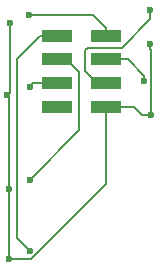
<source format=gbr>
G04 #@! TF.GenerationSoftware,KiCad,Pcbnew,(5.1.4)-1*
G04 #@! TF.CreationDate,2022-10-21T16:14:19+02:00*
G04 #@! TF.ProjectId,REG1-Front-Universal,52454731-2d46-4726-9f6e-742d556e6976,V00.01*
G04 #@! TF.SameCoordinates,Original*
G04 #@! TF.FileFunction,Copper,L2,Bot*
G04 #@! TF.FilePolarity,Positive*
%FSLAX46Y46*%
G04 Gerber Fmt 4.6, Leading zero omitted, Abs format (unit mm)*
G04 Created by KiCad (PCBNEW (5.1.4)-1) date 2022-10-21 16:14:19*
%MOMM*%
%LPD*%
G04 APERTURE LIST*
%ADD10R,2.580000X1.000000*%
%ADD11C,0.600000*%
%ADD12C,0.200000*%
G04 APERTURE END LIST*
D10*
X109385000Y-120400000D03*
X105215000Y-120400000D03*
X109385000Y-122400000D03*
X105215000Y-122400000D03*
X109385000Y-124400000D03*
X105215000Y-124400000D03*
X109385000Y-126400000D03*
X105215000Y-126400000D03*
D11*
X113100000Y-121100000D03*
X113200000Y-127100000D03*
X101200000Y-119300000D03*
X101000000Y-125400000D03*
X101100000Y-133400000D03*
X101100000Y-139300000D03*
X102900000Y-132600000D03*
X113100000Y-118200000D03*
X102800000Y-118600000D03*
X102900000Y-124700000D03*
X112600000Y-124200000D03*
X102900000Y-138600000D03*
D12*
X101100000Y-133400000D02*
X101100000Y-125500000D01*
X101100000Y-125500000D02*
X101000000Y-125400000D01*
X101100000Y-139300000D02*
X101100000Y-133400000D01*
X113200000Y-127100000D02*
X113200000Y-126675736D01*
X113200000Y-126675736D02*
X113160001Y-126635737D01*
X113160001Y-126635737D02*
X113160001Y-121584265D01*
X113160001Y-121584265D02*
X113100000Y-121524264D01*
X113100000Y-121524264D02*
X113100000Y-121100000D01*
X101200000Y-119300000D02*
X101200000Y-125200000D01*
X101200000Y-125200000D02*
X101000000Y-125400000D01*
X109385000Y-127100000D02*
X109385000Y-126400000D01*
X109385000Y-132943802D02*
X109385000Y-127100000D01*
X103028802Y-139300000D02*
X109385000Y-132943802D01*
X101100000Y-139300000D02*
X103028802Y-139300000D01*
X113200000Y-127100000D02*
X112400000Y-127100000D01*
X111700000Y-126400000D02*
X109385000Y-126400000D01*
X112400000Y-127100000D02*
X111700000Y-126400000D01*
X106005000Y-122400000D02*
X107100000Y-123495000D01*
X105215000Y-122400000D02*
X106005000Y-122400000D01*
X107100000Y-128400000D02*
X102900000Y-132600000D01*
X107100000Y-123495000D02*
X107100000Y-128400000D01*
X113100000Y-118200000D02*
X113100000Y-119000000D01*
X113100000Y-119000000D02*
X110700000Y-121400000D01*
X110700000Y-121400000D02*
X107800000Y-121400000D01*
X107800000Y-121400000D02*
X107600000Y-121600000D01*
X108595000Y-124400000D02*
X109385000Y-124400000D01*
X107600000Y-123405000D02*
X108595000Y-124400000D01*
X107600000Y-121600000D02*
X107600000Y-123405000D01*
X109385000Y-119700000D02*
X109385000Y-120400000D01*
X108285000Y-118600000D02*
X109385000Y-119700000D01*
X102800000Y-118600000D02*
X108285000Y-118600000D01*
X103199999Y-124400001D02*
X102900000Y-124700000D01*
X105215000Y-124400000D02*
X103199999Y-124400001D01*
X110875000Y-122400000D02*
X109385000Y-122400000D01*
X111224264Y-122400000D02*
X110875000Y-122400000D01*
X112600000Y-123775736D02*
X111224264Y-122400000D01*
X112600000Y-124200000D02*
X112600000Y-123775736D01*
X101800000Y-137500000D02*
X102900000Y-138600000D01*
X101800000Y-122325000D02*
X101800000Y-137500000D01*
X105215000Y-120400000D02*
X103725000Y-120400000D01*
X103725000Y-120400000D02*
X101800000Y-122325000D01*
M02*

</source>
